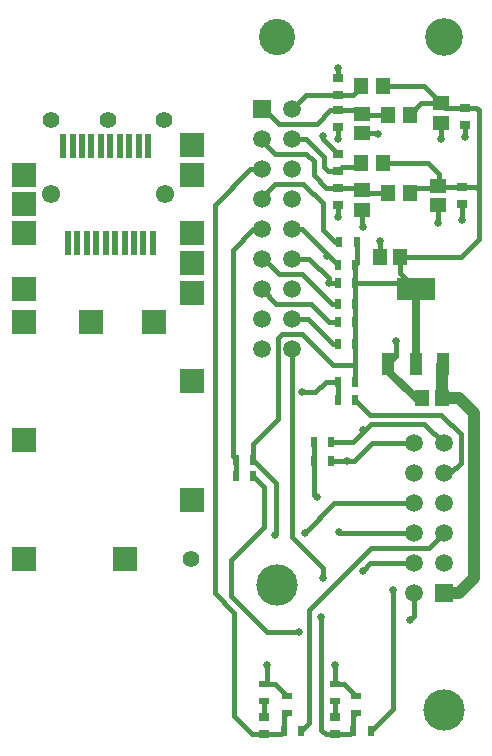
<source format=gtl>
G04 Layer_Physical_Order=1*
G04 Layer_Color=255*
%FSAX25Y25*%
%MOIN*%
G70*
G01*
G75*
%ADD10R,0.03937X0.07284*%
%ADD11R,0.12598X0.07284*%
%ADD12R,0.01969X0.07874*%
%ADD13R,0.04921X0.05512*%
%ADD14R,0.03543X0.02559*%
%ADD15R,0.05512X0.04921*%
%ADD16R,0.04724X0.05512*%
%ADD17R,0.03347X0.02362*%
%ADD18R,0.02362X0.03347*%
%ADD19C,0.01500*%
%ADD20C,0.02756*%
%ADD21C,0.03937*%
%ADD22C,0.05512*%
%ADD23R,0.07874X0.07874*%
%ADD24C,0.06102*%
%ADD25R,0.05906X0.05906*%
%ADD26C,0.05906*%
%ADD27C,0.12097*%
%ADD28C,0.13780*%
%ADD29C,0.12598*%
%ADD30C,0.02500*%
D10*
X2311748Y1283748D02*
D03*
X2320803D02*
D03*
X2329858D02*
D03*
D11*
X2320803Y1308748D02*
D03*
D12*
X2231669Y1356347D02*
D03*
X2228520Y1356347D02*
D03*
X2225370D02*
D03*
X2222220Y1356347D02*
D03*
X2219071D02*
D03*
X2215921D02*
D03*
X2212772D02*
D03*
X2209622D02*
D03*
X2206473D02*
D03*
X2203323D02*
D03*
X2204898Y1324064D02*
D03*
X2208047D02*
D03*
X2211197D02*
D03*
X2214347D02*
D03*
X2217496D02*
D03*
X2220646D02*
D03*
X2223795D02*
D03*
X2226945Y1324064D02*
D03*
X2230095D02*
D03*
X2233244Y1324064D02*
D03*
D13*
X2323055Y1272248D02*
D03*
X2329551D02*
D03*
X2309055Y1319248D02*
D03*
X2315551D02*
D03*
D14*
X2294803Y1353602D02*
D03*
Y1347894D02*
D03*
Y1379102D02*
D03*
Y1373394D02*
D03*
Y1336748D02*
D03*
Y1342457D02*
D03*
X2336303Y1336894D02*
D03*
Y1342602D02*
D03*
X2294803Y1362539D02*
D03*
Y1368248D02*
D03*
X2337303Y1363394D02*
D03*
Y1369102D02*
D03*
X2270303Y1165957D02*
D03*
Y1160248D02*
D03*
X2293803Y1165957D02*
D03*
Y1160248D02*
D03*
D15*
X2302803Y1335000D02*
D03*
Y1341496D02*
D03*
X2328303Y1336500D02*
D03*
Y1342996D02*
D03*
X2302803Y1360500D02*
D03*
Y1366996D02*
D03*
X2329303Y1364000D02*
D03*
Y1370496D02*
D03*
D16*
X2309846Y1350748D02*
D03*
X2302760D02*
D03*
X2309846Y1376248D02*
D03*
X2302760D02*
D03*
X2318846Y1340748D02*
D03*
X2311760D02*
D03*
X2318846Y1366748D02*
D03*
X2311760D02*
D03*
D17*
X2270303Y1177102D02*
D03*
Y1171394D02*
D03*
X2293803Y1177102D02*
D03*
Y1171394D02*
D03*
X2277803Y1167394D02*
D03*
Y1173102D02*
D03*
X2300803Y1167394D02*
D03*
Y1173102D02*
D03*
D18*
X2260949Y1251748D02*
D03*
X2266657D02*
D03*
X2294949Y1277748D02*
D03*
X2300657D02*
D03*
X2282657Y1161248D02*
D03*
X2276949D02*
D03*
X2266657Y1246248D02*
D03*
X2260949D02*
D03*
X2305803Y1161248D02*
D03*
X2300094D02*
D03*
X2300657Y1271748D02*
D03*
X2294949D02*
D03*
X2295449Y1324248D02*
D03*
X2301157D02*
D03*
X2294949Y1297748D02*
D03*
X2300657D02*
D03*
X2294949Y1303748D02*
D03*
X2300657D02*
D03*
X2294949Y1290248D02*
D03*
X2300657D02*
D03*
X2294949Y1316748D02*
D03*
X2300657D02*
D03*
X2294949Y1310748D02*
D03*
X2300657D02*
D03*
X2286949Y1257748D02*
D03*
X2292657D02*
D03*
X2286949Y1251248D02*
D03*
X2292657D02*
D03*
D19*
X2286949Y1240102D02*
X2287803Y1239248D01*
X2286949Y1240102D02*
Y1251248D01*
Y1257748D01*
X2259303Y1206248D02*
X2271303Y1194248D01*
X2281803D01*
X2285303Y1201748D02*
X2305803Y1222248D01*
X2285303Y1163894D02*
Y1201748D01*
X2282657Y1161248D02*
X2285303Y1163894D01*
X2293303Y1283248D02*
X2300657D01*
X2291803Y1310748D02*
Y1312248D01*
X2285425Y1318626D02*
X2291803Y1312248D01*
X2279520Y1318626D02*
X2285425D01*
X2291095Y1342457D02*
X2294803D01*
X2286803Y1346748D02*
X2291095Y1342457D01*
X2286803Y1346748D02*
Y1351248D01*
X2327555Y1342248D02*
X2328303Y1342996D01*
X2320346Y1342248D02*
X2327555D01*
X2318846Y1340748D02*
X2320346Y1342248D01*
X2301842Y1342457D02*
X2302803Y1341496D01*
X2294803Y1342457D02*
X2301842D01*
X2290303Y1349248D02*
Y1352748D01*
X2284425Y1358626D02*
X2290303Y1352748D01*
X2279520Y1358626D02*
X2284425D01*
X2301260Y1349248D02*
X2302760Y1350748D01*
X2296157Y1349248D02*
X2301260D01*
X2294803Y1347894D02*
X2296157Y1349248D01*
X2302803Y1360500D02*
X2308051D01*
X2308303Y1360248D01*
X2289803Y1358602D02*
X2294803Y1353602D01*
X2289803Y1358602D02*
Y1359748D01*
X2292303Y1368248D02*
X2294803D01*
X2287803Y1363748D02*
X2292303Y1368248D01*
X2275303Y1363748D02*
X2287803D01*
X2301551Y1368248D02*
X2302803Y1366996D01*
X2294803Y1368248D02*
X2301551D01*
X2299906Y1373394D02*
X2302760Y1376248D01*
X2294803Y1373394D02*
X2299906D01*
X2296803Y1177102D02*
X2300803Y1173102D01*
X2293803Y1177102D02*
X2296803D01*
X2273803D02*
X2277803Y1173102D01*
X2270303Y1177102D02*
X2273803D01*
X2293803D02*
Y1183248D01*
X2270303Y1177102D02*
X2271303Y1178102D01*
Y1183248D01*
X2273803Y1226748D02*
X2274303Y1227248D01*
Y1244102D01*
X2266657Y1251748D02*
X2274303Y1244102D01*
X2300657Y1283248D02*
Y1290248D01*
Y1277748D02*
Y1283248D01*
X2266657Y1251748D02*
Y1257102D01*
X2274803Y1265248D01*
Y1292248D01*
X2276303Y1293748D01*
X2282803D01*
X2293303Y1283248D01*
X2266657Y1246248D02*
X2270303Y1242602D01*
Y1229248D02*
Y1242602D01*
X2311748Y1281303D02*
Y1283748D01*
X2314303Y1286303D02*
Y1291248D01*
X2311748Y1283748D02*
X2314303Y1286303D01*
X2308803Y1324748D02*
X2309055Y1324496D01*
Y1319248D02*
Y1324496D01*
X2336303Y1331748D02*
Y1336894D01*
X2328303Y1330748D02*
Y1336500D01*
X2302803Y1329748D02*
X2303303Y1329248D01*
X2302803Y1329748D02*
Y1335000D01*
X2294803Y1332748D02*
Y1336748D01*
Y1379102D02*
Y1382248D01*
X2337303Y1359248D02*
Y1363394D01*
X2329303Y1358748D02*
Y1364000D01*
X2294803Y1358748D02*
Y1362539D01*
X2300657Y1271748D02*
X2305657Y1266748D01*
X2329303D01*
X2335803Y1260248D01*
Y1250748D02*
Y1260248D01*
X2332212Y1247157D02*
X2335803Y1250748D01*
X2330134Y1247157D02*
X2332212D01*
X2294949Y1271748D02*
Y1277748D01*
X2290803D02*
X2294949D01*
X2287303Y1274248D02*
X2290803Y1277748D01*
X2282803Y1274248D02*
X2287303D01*
X2279520Y1226031D02*
Y1288626D01*
Y1226031D02*
X2289803Y1215748D01*
X2293712Y1237157D02*
X2320134D01*
X2283803Y1227248D02*
X2293712Y1237157D01*
X2295303Y1227157D02*
X2320134D01*
X2259303Y1218248D02*
X2270303Y1229248D01*
X2259303Y1206248D02*
Y1218248D01*
X2260303Y1166248D02*
Y1200748D01*
X2253803Y1207248D02*
X2260303Y1200748D01*
X2253803Y1207248D02*
Y1336748D01*
X2260949Y1245748D02*
Y1251748D01*
X2259803Y1252894D02*
Y1321748D01*
Y1252894D02*
X2260949Y1251748D01*
X2291803Y1310748D02*
X2294949D01*
X2303303Y1214748D02*
X2305713Y1217157D01*
X2320134D01*
X2313303Y1168748D02*
Y1208248D01*
X2282925Y1328626D02*
X2294876Y1316675D01*
X2318803Y1198248D02*
X2320134Y1199579D01*
Y1207157D01*
X2299803Y1257748D02*
X2305803Y1263748D01*
X2297803Y1251248D02*
X2300303D01*
X2292657D02*
X2297803D01*
X2292657Y1257748D02*
X2299803D01*
X2305803Y1263748D02*
X2323543D01*
X2330134Y1257157D01*
X2300303Y1251248D02*
X2306212Y1257157D01*
X2320134D01*
X2305803Y1161248D02*
X2313303Y1168748D01*
X2293803Y1165957D02*
Y1171394D01*
X2300094Y1166685D02*
X2300803Y1167394D01*
X2300094Y1161248D02*
Y1166685D01*
X2299095Y1160248D02*
X2300094Y1161248D01*
X2293803Y1160248D02*
X2299095D01*
X2290803D02*
X2293803D01*
X2289303Y1161748D02*
X2290803Y1160248D01*
X2289303Y1161748D02*
Y1199248D01*
X2289803Y1212248D02*
Y1215748D01*
X2325224Y1222248D02*
X2330134Y1227157D01*
X2305803Y1222248D02*
X2325224D01*
X2270303Y1165957D02*
Y1171394D01*
X2276949Y1166539D02*
X2277803Y1167394D01*
X2276949Y1161248D02*
Y1166539D01*
X2275949Y1160248D02*
X2276949Y1161248D01*
X2270303Y1160248D02*
X2275949D01*
X2266303D02*
X2270303D01*
X2260303Y1166248D02*
X2266303Y1160248D01*
X2315551Y1314000D02*
X2318803Y1310748D01*
X2320803Y1308748D01*
X2300657Y1310748D02*
X2318803D01*
X2300657Y1290248D02*
Y1297748D01*
Y1303748D01*
Y1310748D01*
Y1316748D01*
X2301157Y1317248D01*
Y1324248D01*
X2293303Y1290248D02*
X2294949D01*
X2284925Y1298626D02*
X2293303Y1290248D01*
X2279520Y1298626D02*
X2284925D01*
X2291803Y1297748D02*
X2294949D01*
X2285803Y1303748D02*
X2291803Y1297748D01*
X2274398Y1303748D02*
X2285803D01*
X2269520Y1308626D02*
X2274398Y1303748D01*
X2292803D02*
X2294949D01*
X2282803Y1313748D02*
X2292803Y1303748D01*
X2275303Y1313748D02*
X2282803D01*
X2270425Y1318626D02*
X2275303Y1313748D01*
X2269520Y1318626D02*
X2270425D01*
X2293803Y1324248D02*
X2295449D01*
X2289803Y1328248D02*
X2293803Y1324248D01*
X2289803Y1328248D02*
Y1337248D01*
X2279520Y1328626D02*
X2282925D01*
X2283303Y1343748D02*
X2289803Y1337248D01*
X2273803Y1343748D02*
X2283303D01*
X2269520Y1339465D02*
X2273803Y1343748D01*
X2269520Y1338626D02*
Y1339465D01*
X2259803Y1321748D02*
X2266681Y1328626D01*
X2253803Y1336748D02*
X2265681Y1348626D01*
X2266681Y1328626D02*
X2269520D01*
X2265681Y1348626D02*
X2269520D01*
X2340949Y1369102D02*
X2341803Y1368248D01*
Y1325248D02*
Y1368248D01*
X2335803Y1319248D02*
X2341803Y1325248D01*
X2340949Y1342602D02*
X2341303Y1342248D01*
X2336303Y1342602D02*
X2340949D01*
X2270425Y1368626D02*
X2275303Y1363748D01*
X2269520Y1368626D02*
X2270425D01*
X2279520D02*
X2284287Y1373394D01*
X2294803D01*
X2302803Y1366996D02*
X2303051Y1366748D01*
X2311760D01*
X2323551Y1376248D02*
X2329303Y1370496D01*
X2309846Y1376248D02*
X2323551D01*
X2318846Y1366748D02*
X2322594Y1370496D01*
X2329303D01*
X2330697Y1369102D01*
X2337303D01*
X2340949D01*
X2284303Y1353748D02*
X2286803Y1351248D01*
X2273803Y1353748D02*
X2284303D01*
X2269520Y1358031D02*
X2273803Y1353748D01*
X2269520Y1358031D02*
Y1358626D01*
X2291657Y1347894D02*
X2294803D01*
X2290303Y1349248D02*
X2291657Y1347894D01*
X2302803Y1341496D02*
X2303551Y1340748D01*
X2311760D01*
X2328697Y1342602D02*
Y1346854D01*
X2324803Y1350748D02*
X2328697Y1346854D01*
X2309846Y1350748D02*
X2324803D01*
X2328303Y1342996D02*
X2328697Y1342602D01*
X2336303D01*
X2315551Y1319248D02*
X2335803D01*
X2315551Y1314000D02*
Y1319248D01*
D20*
X2320803Y1272248D02*
X2323055D01*
X2311748Y1281303D02*
X2320803Y1272248D01*
Y1283748D02*
Y1308748D01*
D21*
X2329551Y1283441D02*
X2329858Y1283748D01*
X2329551Y1272248D02*
Y1283441D01*
Y1272248D02*
X2335303D01*
X2340303Y1267248D01*
Y1212248D02*
Y1267248D01*
X2335213Y1207157D02*
X2340303Y1212248D01*
X2330134Y1207157D02*
X2335213D01*
D22*
X2218131Y1364957D02*
D03*
X2237034D02*
D03*
X2245941Y1218749D02*
D03*
X2199234Y1364957D02*
D03*
D23*
X2190134Y1346757D02*
D03*
X2246234Y1356657D02*
D03*
Y1346757D02*
D03*
Y1327157D02*
D03*
Y1317257D02*
D03*
X2223934Y1218757D02*
D03*
X2246234Y1238457D02*
D03*
Y1277857D02*
D03*
X2233734Y1297557D02*
D03*
X2212534D02*
D03*
X2190134Y1218757D02*
D03*
Y1308657D02*
D03*
Y1327157D02*
D03*
Y1258157D02*
D03*
Y1297557D02*
D03*
Y1336957D02*
D03*
X2246234Y1307415D02*
D03*
D24*
X2237280Y1340402D02*
D03*
X2199386Y1340205D02*
D03*
D25*
X2269520Y1368626D02*
D03*
X2330134Y1207157D02*
D03*
D26*
X2269520Y1358626D02*
D03*
Y1348626D02*
D03*
Y1338626D02*
D03*
Y1328626D02*
D03*
Y1318626D02*
D03*
Y1308626D02*
D03*
Y1298626D02*
D03*
Y1288626D02*
D03*
X2279520Y1368626D02*
D03*
Y1358626D02*
D03*
Y1348626D02*
D03*
Y1338626D02*
D03*
Y1328626D02*
D03*
Y1318626D02*
D03*
Y1308626D02*
D03*
Y1298626D02*
D03*
Y1288626D02*
D03*
X2320134Y1257157D02*
D03*
Y1247157D02*
D03*
Y1237157D02*
D03*
Y1227157D02*
D03*
Y1217157D02*
D03*
Y1207157D02*
D03*
X2330134Y1257157D02*
D03*
Y1247157D02*
D03*
Y1237157D02*
D03*
Y1227157D02*
D03*
Y1217157D02*
D03*
D27*
X2274634Y1392657D02*
D03*
D28*
Y1209941D02*
D03*
X2330303Y1168248D02*
D03*
D29*
Y1392657D02*
D03*
D30*
X2287803Y1239248D02*
D03*
X2281803Y1194248D02*
D03*
X2308303Y1360248D02*
D03*
X2293803Y1183248D02*
D03*
X2271303D02*
D03*
X2273803Y1226748D02*
D03*
X2314303Y1291248D02*
D03*
X2308803Y1324748D02*
D03*
X2336303Y1331748D02*
D03*
X2328303Y1330748D02*
D03*
X2303303Y1329248D02*
D03*
X2294803Y1332748D02*
D03*
X2289803Y1359748D02*
D03*
X2294803Y1382248D02*
D03*
X2337303Y1359248D02*
D03*
X2329303Y1358748D02*
D03*
X2294803D02*
D03*
X2282803Y1274248D02*
D03*
X2283803Y1227248D02*
D03*
X2295303Y1227748D02*
D03*
X2291803Y1310748D02*
D03*
X2303303Y1214748D02*
D03*
X2313303Y1208248D02*
D03*
X2291303Y1319748D02*
D03*
X2318803Y1198248D02*
D03*
X2303303Y1261748D02*
D03*
X2297803Y1251248D02*
D03*
X2289303Y1199248D02*
D03*
X2289803Y1212248D02*
D03*
M02*

</source>
